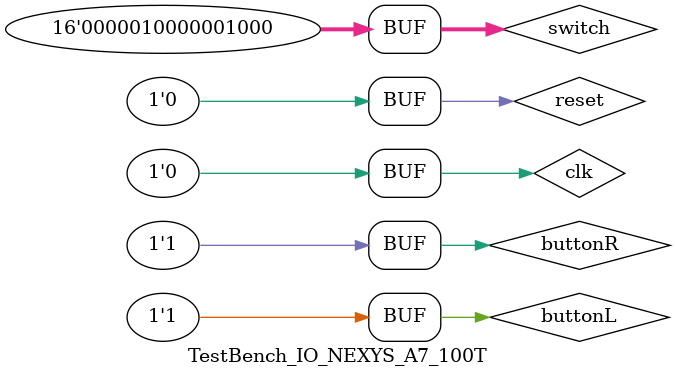
<source format=sv>
`timescale 1ns / 1ps

module TestBench_IO_NEXYS_A7_100T();
    logic 		 clk;	  // CLK100MHZ
    logic 		 reset;   // BTNC
    logic 		 buttonL; // BTNL
    logic 		 buttonR; // BTNR
    logic [15:0] switch;  // SW
    logic [7:0]  AN;
    logic [6:0]  A2G;
    
    // instantiate device to be tested
    Top_IO_NEXYS_A7_100T top_nexys(
                  .clk(clk),
                  .reset(reset),
                  .buttonL(buttonL),
                  .buttonR(buttonR),
                  .switch(switch),
                  .AN(AN),
                  .A2G(A2G));
    
    // initialize test
    initial begin
        #0; reset <= 1;
        #5; reset <= 0;
        #5; buttonL <= 1; buttonR <= 1;
        #5; switch 	<= 16'b00000100_00001000; // 4 + 8
    end
    
    // generate clock to sequence tests
    always begin
        clk <= 1; # 5;
        clk <= 0; # 5;
    end

endmodule
</source>
